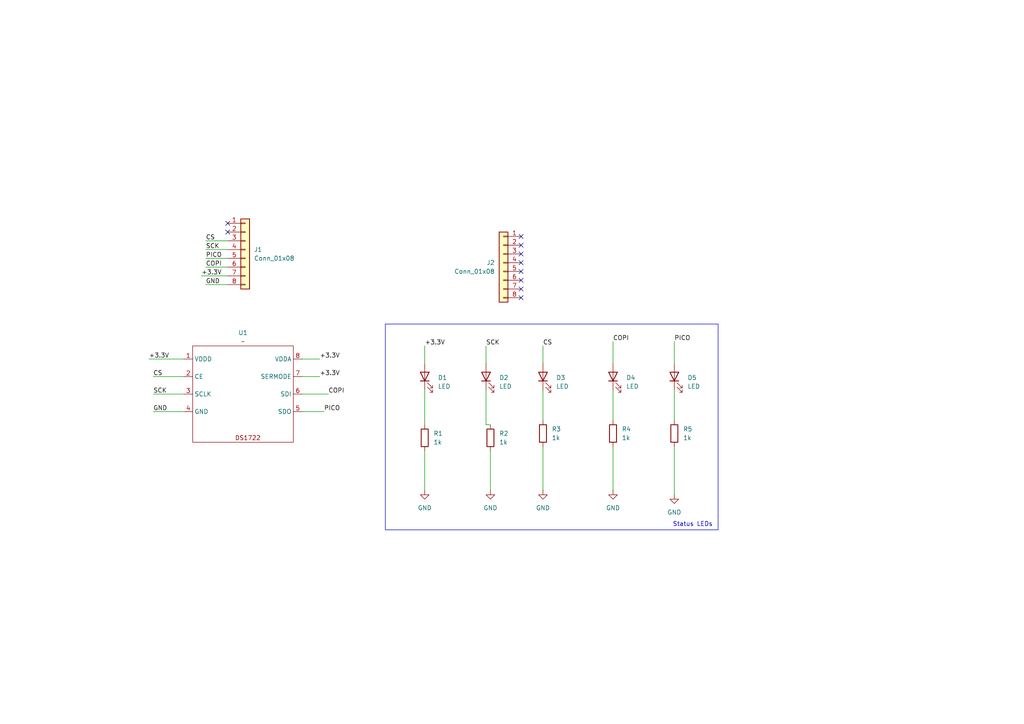
<source format=kicad_sch>
(kicad_sch (version 20231120) (generator "eeschema") (generator_version "8.0")
  (paper "A4")
  (lib_symbols
    (symbol "Connector_Generic:Conn_01x08" (pin_names (offset 1.016) hide)
      (property "Reference" "J" (at 0 10.16 0))
      (property "Value" "Conn_01x08" (at 0 -12.7 0))
      (symbol "Conn_01x08_1_1"
        (rectangle (start -1.27 -10.033) (end 0 -10.287) (stroke (width 0.1524)))
        (rectangle (start -1.27 -7.493) (end 0 -7.747) (stroke (width 0.1524)))
        (rectangle (start -1.27 -4.953) (end 0 -5.207) (stroke (width 0.1524)))
        (rectangle (start -1.27 -2.413) (end 0 -2.667) (stroke (width 0.1524)))
        (rectangle (start -1.27 0.127) (end 0 -0.127) (stroke (width 0.1524)))
        (rectangle (start -1.27 2.667) (end 0 2.413) (stroke (width 0.1524)))
        (rectangle (start -1.27 5.207) (end 0 4.953) (stroke (width 0.1524)))
        (rectangle (start -1.27 7.747) (end 0 7.493) (stroke (width 0.1524)))
        (rectangle (start -1.27 8.89) (end 1.27 -11.43) (stroke (width 0.254)) (fill (type background)))
        (pin passive line (at -5.08 7.62 0) (length 3.81) (name "Pin_1") (number "1"))
        (pin passive line (at -5.08 5.08 0) (length 3.81) (name "Pin_2") (number "2"))
        (pin passive line (at -5.08 2.54 0) (length 3.81) (name "Pin_3") (number "3"))
        (pin passive line (at -5.08 0 0) (length 3.81) (name "Pin_4") (number "4"))
        (pin passive line (at -5.08 -2.54 0) (length 3.81) (name "Pin_5") (number "5"))
        (pin passive line (at -5.08 -5.08 0) (length 3.81) (name "Pin_6") (number "6"))
        (pin passive line (at -5.08 -7.62 0) (length 3.81) (name "Pin_7") (number "7"))
        (pin passive line (at -5.08 -10.16 0) (length 3.81) (name "Pin_8") (number "8"))
      )
    )
    (symbol "Device:LED" (pin_numbers hide) (pin_names (offset 1.016) hide)
      (property "Reference" "D" (at 0 2.54 0))
      (property "Value" "LED" (at 0 -2.54 0))
      (symbol "LED_0_1"
        (polyline (pts (xy -1.27 -1.27) (xy -1.27 1.27)) (stroke (width 0.254)))
        (polyline (pts (xy -1.27 0) (xy 1.27 0)))
        (polyline (pts (xy 1.27 -1.27) (xy 1.27 1.27) (xy -1.27 0) (xy 1.27 -1.27)) (stroke (width 0.254)))
        (polyline (pts (xy -3.048 -0.762) (xy -4.572 -2.286) (xy -3.81 -2.286) (xy -4.572 -2.286) (xy -4.572 -1.524)))
        (polyline (pts (xy -1.778 -0.762) (xy -3.302 -2.286) (xy -2.54 -2.286) (xy -3.302 -2.286) (xy -3.302 -1.524)))
      )
      (symbol "LED_1_1"
        (pin passive line (at -3.81 0 0) (length 2.54) (name "K") (number "1"))
        (pin passive line (at 3.81 0 180) (length 2.54) (name "A") (number "2"))
      )
    )
    (symbol "Device:R" (pin_numbers hide) (pin_names (offset 0))
      (property "Reference" "R" (at 2.032 0 90))
      (property "Value" "R" (at 0 0 90))
      (symbol "R_0_1"
        (rectangle (start -1.016 -2.54) (end 1.016 2.54) (stroke (width 0.254)))
      )
      (symbol "R_1_1"
        (pin passive line (at 0 3.81 270) (length 1.27) (name "~") (number "1"))
        (pin passive line (at 0 -3.81 90) (length 1.27) (name "~") (number "2"))
      )
    )
    (symbol "power:GND" (power) (pin_numbers hide) (pin_names (offset 0) hide)
      (property "Value" "GND" (at 0 -3.81 0))
      (symbol "GND_0_1"
        (polyline (pts (xy 0 0) (xy 0 -1.27) (xy 1.27 -1.27) (xy 0 -2.54) (xy -1.27 -1.27) (xy 0 -1.27)))
      )
      (symbol "GND_1_1"
        (pin power_in line (at 0 0 270) (length 0) (name "~") (number "1"))
      )
    )
    (symbol "tempsensor:tempsensor"
      (property "Reference" "U" (at 0 0 0))
      (symbol "tempsensor_0_1"
        (rectangle (start 2.54 27.94) (end 31.75 0))
      )
      (symbol "tempsensor_1_1"
        (text "DS1722\n" (at 18.542 1.27 0) (effects (font (size 1.27 1.27))))
        (pin input line (at 0 24.13 0) (length 2.54) (name "VDDD") (number "1"))
        (pin input line (at 0 19.05 0) (length 2.54) (name "CE") (number "2"))
        (pin input line (at 0 13.97 0) (length 2.54) (name "SCLK") (number "3"))
        (pin input line (at 0 8.89 0) (length 2.54) (name "GND") (number "4"))
        (pin output line (at 34.29 8.89 180) (length 2.54) (name "SDO") (number "5"))
        (pin input line (at 34.29 13.97 180) (length 2.54) (name "SDI") (number "6"))
        (pin input line (at 34.29 19.05 180) (length 2.54) (name "SERMODE") (number "7"))
        (pin input line (at 34.29 24.13 180) (length 2.54) (name "VDDA") (number "8"))
      )
    )
  )
  (no_connect (at 151.13 78.74))
  (no_connect (at 151.13 73.66))
  (no_connect (at 66.04 67.31))
  (no_connect (at 151.13 81.28))
  (no_connect (at 151.13 83.82))
  (no_connect (at 151.13 68.58))
  (no_connect (at 66.04 64.77))
  (no_connect (at 151.13 76.2))
  (no_connect (at 151.13 71.12))
  (no_connect (at 151.13 86.36))
  (wire (pts (xy 87.63 109.22) (xy 92.71 109.22)))
  (wire (pts (xy 123.19 100.33) (xy 123.19 105.41)))
  (wire (pts (xy 195.58 129.54) (xy 195.58 143.51)))
  (wire (pts (xy 59.69 69.85) (xy 66.04 69.85)))
  (wire (pts (xy 177.8 129.54) (xy 177.8 142.24)))
  (wire (pts (xy 59.69 72.39) (xy 66.04 72.39)))
  (wire (pts (xy 44.45 109.22) (xy 53.34 109.22)))
  (wire (pts (xy 58.42 80.01) (xy 66.04 80.01)))
  (wire (pts (xy 44.45 119.38) (xy 53.34 119.38)))
  (wire (pts (xy 123.19 113.03) (xy 123.19 123.19)))
  (wire (pts (xy 177.8 113.03) (xy 177.8 121.92)))
  (wire (pts (xy 157.48 113.03) (xy 157.48 121.92)))
  (wire (pts (xy 43.18 104.14) (xy 53.34 104.14)))
  (wire (pts (xy 44.45 114.3) (xy 53.34 114.3)))
  (wire (pts (xy 142.24 130.81) (xy 142.24 142.24)))
  (wire (pts (xy 195.58 113.03) (xy 195.58 121.92)))
  (wire (pts (xy 177.8 99.06) (xy 177.8 105.41)))
  (wire (pts (xy 140.97 123.19) (xy 142.24 123.19)))
  (wire (pts (xy 59.69 77.47) (xy 66.04 77.47)))
  (wire (pts (xy 123.19 130.81) (xy 123.19 142.24)))
  (wire (pts (xy 140.97 113.03) (xy 140.97 123.19)))
  (wire (pts (xy 157.48 100.33) (xy 157.48 105.41)))
  (wire (pts (xy 87.63 104.14) (xy 92.71 104.14)))
  (wire (pts (xy 157.48 129.54) (xy 157.48 142.24)))
  (wire (pts (xy 59.69 74.93) (xy 66.04 74.93)))
  (wire (pts (xy 87.63 119.38) (xy 93.98 119.38)))
  (wire (pts (xy 59.69 82.55) (xy 66.04 82.55)))
  (wire (pts (xy 87.63 114.3) (xy 95.25 114.3)))
  (wire (pts (xy 140.97 100.33) (xy 140.97 105.41)))
  (wire (pts (xy 195.58 99.06) (xy 195.58 105.41)))
  (rectangle (start 111.76 93.98) (end 208.28 153.67))
  (text "Status LEDs\n" (at 200.914 152.146 0) (effects (font (size 1.27 1.27))))
  (label "+3.3V" (at 92.71 109.22 0))
  (label "SCK" (at 140.97 100.33 0))
  (label "SCK" (at 59.69 72.39 0))
  (label "+3.3V" (at 92.71 104.14 0))
  (label "SCK" (at 44.45 114.3 0))
  (label "CS" (at 44.45 109.22 0))
  (label "CS" (at 157.48 100.33 0))
  (label "PICO" (at 93.98 119.38 0))
  (label "GND" (at 59.69 82.55 0))
  (label "COPI" (at 95.25 114.3 0))
  (label "COPI" (at 59.69 77.47 0))
  (label "+3.3V" (at 43.18 104.14 0))
  (label "PICO" (at 59.69 74.93 0))
  (label "PICO" (at 195.58 99.06 0))
  (label "CS" (at 59.69 69.85 0))
  (label "GND" (at 44.45 119.38 0))
  (label "+3.3V" (at 123.19 100.33 0))
  (label "+3.3V" (at 58.42 80.01 0))
  (label "COPI" (at 177.8 99.06 0))
  (symbol (lib_id "Device:LED") (at 157.48 109.22 90) (unit 1)
    (property "Reference" "D3" (at 161.29 109.5374 90) (effects (justify right)))
    (property "Value" "LED" (at 161.29 112.0774 90) (effects (justify right)))
    (property "Footprint" "LED_SMD:LED_0805_2012Metric" (effects (hide yes)))
    (property "Description" "Light emitting diode" (effects (hide yes)))
  )
  (symbol (lib_id "Device:LED") (at 140.97 109.22 90) (unit 1)
    (property "Reference" "D2" (at 144.78 109.5374 90) (effects (justify right)))
    (property "Value" "LED" (at 144.78 112.0774 90) (effects (justify right)))
    (property "Footprint" "LED_SMD:LED_0805_2012Metric" (effects (hide yes)))
    (property "Description" "Light emitting diode" (effects (hide yes)))
  )
  (symbol (lib_id "power:GND") (at 157.48 142.24 0) (unit 1)
    (property "Reference" "#PWR03" (effects (hide yes)))
    (property "Value" "GND" (at 157.48 147.32 0))
    (property "Description" "Power symbol creates a global label with name \"GND\" , ground" (effects (hide yes)))
  )
  (symbol (lib_id "Device:LED") (at 177.8 109.22 90) (unit 1)
    (property "Reference" "D4" (at 181.61 109.5374 90) (effects (justify right)))
    (property "Value" "LED" (at 181.61 112.0774 90) (effects (justify right)))
    (property "Footprint" "LED_SMD:LED_0805_2012Metric" (effects (hide yes)))
    (property "Description" "Light emitting diode" (effects (hide yes)))
  )
  (symbol (lib_id "Device:R") (at 142.24 127 0) (unit 1)
    (property "Reference" "R2" (at 144.78 125.7299 0) (effects (justify left)))
    (property "Value" "1k" (at 144.78 128.2699 0) (effects (justify left)))
    (property "Footprint" "Resistor_SMD:R_0805_2012Metric" (effects (hide yes)))
    (property "Description" "Resistor" (effects (hide yes)))
  )
  (symbol (lib_id "power:GND") (at 123.19 142.24 0) (unit 1)
    (property "Reference" "#PWR01" (effects (hide yes)))
    (property "Value" "GND" (at 123.19 147.32 0))
    (property "Description" "Power symbol creates a global label with name \"GND\" , ground" (effects (hide yes)))
  )
  (symbol (lib_id "Connector_Generic:Conn_01x08") (at 146.05 76.2 0) (mirror y) (unit 1)
    (property "Reference" "J2" (at 143.51 76.1999 0) (effects (justify left)))
    (property "Value" "Conn_01x08" (at 143.51 78.7399 0) (effects (justify left)))
    (property "Footprint" "Connector_PinHeader_2.54mm:PinHeader_1x08_P2.54mm_Vertical" (effects (hide yes)))
    (property "Description" "Generic connector, single row, 01x08, script generated (kicad-library-utils/schlib/autogen/connector/)" (effects (hide yes)))
  )
  (symbol (lib_id "Device:R") (at 195.58 125.73 0) (unit 1)
    (property "Reference" "R5" (at 198.12 124.4599 0) (effects (justify left)))
    (property "Value" "1k" (at 198.12 126.9999 0) (effects (justify left)))
    (property "Footprint" "Resistor_SMD:R_0805_2012Metric" (effects (hide yes)))
    (property "Description" "Resistor" (effects (hide yes)))
  )
  (symbol (lib_id "power:GND") (at 177.8 142.24 0) (unit 1)
    (property "Reference" "#PWR04" (effects (hide yes)))
    (property "Value" "GND" (at 177.8 147.32 0))
    (property "Description" "Power symbol creates a global label with name \"GND\" , ground" (effects (hide yes)))
  )
  (symbol (lib_id "Connector_Generic:Conn_01x08") (at 71.12 72.39 0) (unit 1)
    (property "Reference" "J1" (at 73.66 72.3899 0) (effects (justify left)))
    (property "Value" "Conn_01x08" (at 73.66 74.9299 0) (effects (justify left)))
    (property "Footprint" "Connector_PinHeader_2.54mm:PinHeader_1x08_P2.54mm_Vertical" (effects (hide yes)))
    (property "Description" "Generic connector, single row, 01x08, script generated (kicad-library-utils/schlib/autogen/connector/)" (effects (hide yes)))
  )
  (symbol (lib_id "tempsensor:tempsensor") (at 53.34 128.27 0) (unit 1)
    (property "Reference" "U1" (at 70.485 96.52 0))
    (property "Value" "~" (at 70.485 99.06 0))
    (property "Footprint" "Package_SO:SOIC-8_3.9x4.9mm_P1.27mm" (effects (hide yes)))
  )
  (symbol (lib_id "Device:R") (at 177.8 125.73 0) (unit 1)
    (property "Reference" "R4" (at 180.34 124.4599 0) (effects (justify left)))
    (property "Value" "1k" (at 180.34 126.9999 0) (effects (justify left)))
    (property "Footprint" "Resistor_SMD:R_0805_2012Metric" (effects (hide yes)))
    (property "Description" "Resistor" (effects (hide yes)))
  )
  (symbol (lib_id "Device:LED") (at 123.19 109.22 90) (unit 1)
    (property "Reference" "D1" (at 127 109.5374 90) (effects (justify right)))
    (property "Value" "LED" (at 127 112.0774 90) (effects (justify right)))
    (property "Footprint" "LED_SMD:LED_0805_2012Metric" (effects (hide yes)))
    (property "Description" "Light emitting diode" (effects (hide yes)))
  )
  (symbol (lib_id "power:GND") (at 195.58 143.51 0) (unit 1)
    (property "Reference" "#PWR05" (effects (hide yes)))
    (property "Value" "GND" (at 195.58 148.59 0))
    (property "Description" "Power symbol creates a global label with name \"GND\" , ground" (effects (hide yes)))
  )
  (symbol (lib_id "Device:LED") (at 195.58 109.22 90) (unit 1)
    (property "Reference" "D5" (at 199.39 109.5374 90) (effects (justify right)))
    (property "Value" "LED" (at 199.39 112.0774 90) (effects (justify right)))
    (property "Footprint" "LED_SMD:LED_0805_2012Metric" (effects (hide yes)))
    (property "Description" "Light emitting diode" (effects (hide yes)))
  )
  (symbol (lib_id "Device:R") (at 123.19 127 0) (unit 1)
    (property "Reference" "R1" (at 125.73 125.7299 0) (effects (justify left)))
    (property "Value" "1k" (at 125.73 128.2699 0) (effects (justify left)))
    (property "Footprint" "Resistor_SMD:R_0805_2012Metric" (effects (hide yes)))
    (property "Description" "Resistor" (effects (hide yes)))
  )
  (symbol (lib_id "power:GND") (at 142.24 142.24 0) (unit 1)
    (property "Reference" "#PWR02" (effects (hide yes)))
    (property "Value" "GND" (at 142.24 147.32 0))
    (property "Description" "Power symbol creates a global label with name \"GND\" , ground" (effects (hide yes)))
  )
  (symbol (lib_id "Device:R") (at 157.48 125.73 0) (unit 1)
    (property "Reference" "R3" (at 160.02 124.4599 0) (effects (justify left)))
    (property "Value" "1k" (at 160.02 126.9999 0) (effects (justify left)))
    (property "Footprint" "Resistor_SMD:R_0805_2012Metric" (effects (hide yes)))
    (property "Description" "Resistor" (effects (hide yes)))
  )
)
</source>
